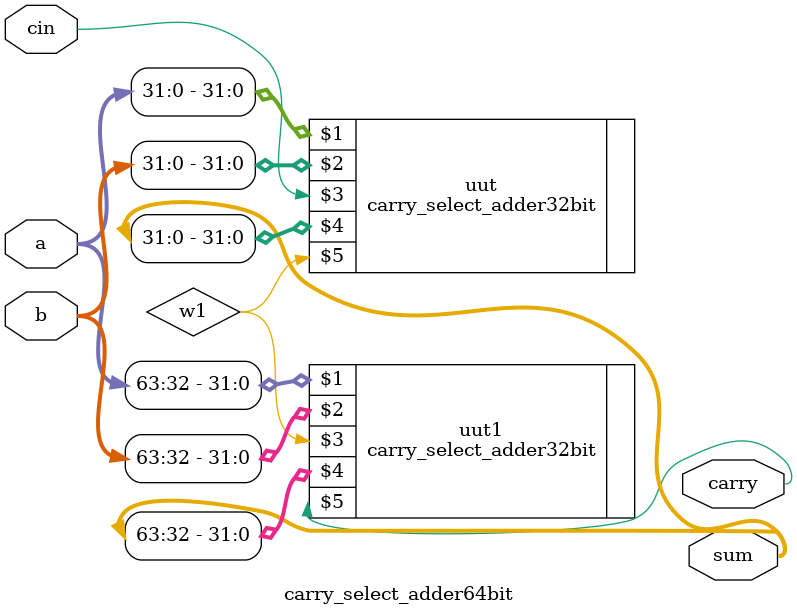
<source format=v>
module carry_select_adder64bit(a,b,cin,sum,carry);
input [63:0]a,b;
input cin;
output [63:0]sum;
output carry;
wire w1;
carry_select_adder32bit uut(a[31:0],b[31:0],cin,sum[31:0],w1);
carry_select_adder32bit uut1(a[63:32],b[63:32],w1,sum[63:32],carry);
endmodule
</source>
